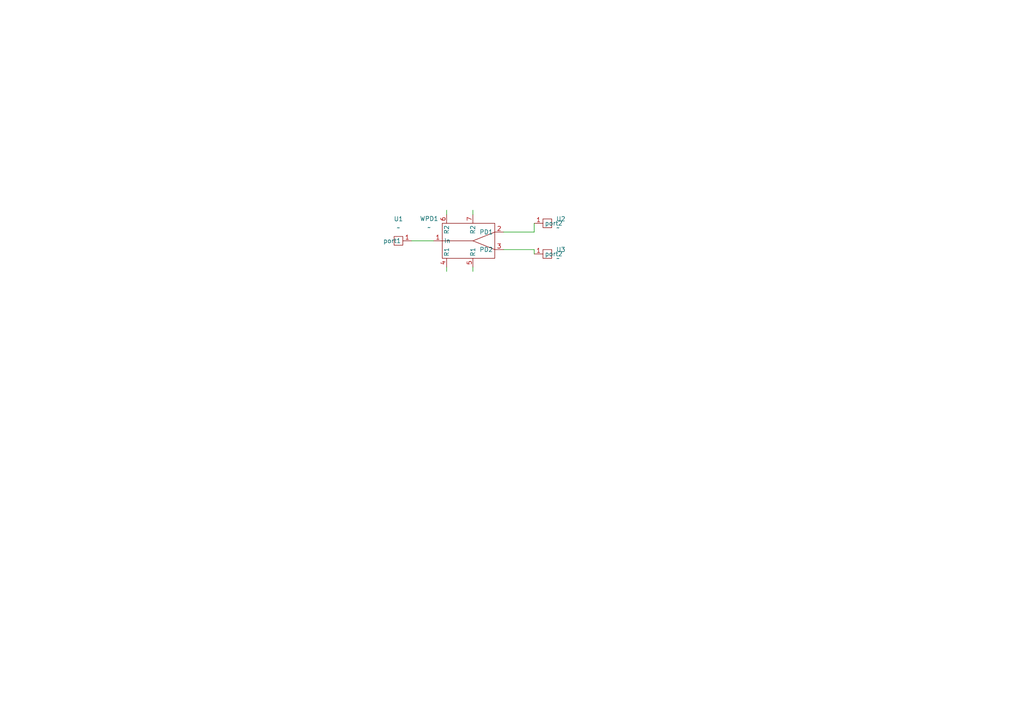
<source format=kicad_sch>
(kicad_sch (version 20250114) (generator "eeschema") (generator_version "9.0")
  (paper "A4")
  (lib_symbols
    (symbol "PDG:Port"
      (property "Reference" "U" (at 0 0 0))
      (symbol "Port_1_1"
        (rectangle (start -1.27 1.27) (end 1.27 -1.27))
        (pin input line (at -3.81 0 0) (length 2.54) (name "port1") (number "1"))
      )
    )
    (symbol "PDG:WPD_2Ring"
      (property "Reference" "WPD" (at 0 0 0))
      (symbol "WPD_2Ring_0_1"
        (rectangle (start -7.62 5.08) (end 7.62 -5.08))
        (polyline (pts (xy -7.62 0) (xy 1.27 0) (xy 7.62 2.54)))
        (polyline (pts (xy 1.27 0) (xy 7.62 -2.54)))
      )
      (symbol "WPD_2Ring_1_1"
        (pin input line (at -10.16 0 0) (length 2.54) (name "In") (number "1"))
        (pin passive line (at -6.35 7.62 270) (length 2.54) (name "R2") (number "6"))
        (pin passive line (at -6.35 -7.62 90) (length 2.54) (name "R1") (number "4"))
        (pin passive line (at 1.27 7.62 270) (length 2.54) (name "R2") (number "7"))
        (pin passive line (at 1.27 -7.62 90) (length 2.54) (name "R1") (number "5"))
        (pin output line (at 10.16 2.54 180) (length 2.54) (name "PD1") (number "2"))
        (pin output line (at 10.16 -2.54 180) (length 2.54) (name "PD2") (number "3"))
      )
    )
    (symbol "PDG:port2"
      (property "Reference" "U" (at 0 0 0))
      (symbol "port2_0_1"
        (rectangle (start -1.27 1.27) (end 1.27 -1.27))
      )
      (symbol "port2_1_1"
        (pin output line (at -3.81 0 0) (length 2.54) (name "port2") (number "1"))
      )
    )
  )
  (wire (pts (xy 129.54 77.47) (xy 129.54 78.74)))
  (wire (pts (xy 129.54 60.96) (xy 129.54 62.23)))
  (wire (pts (xy 154.94 67.31) (xy 154.94 64.77)))
  (wire (pts (xy 137.16 77.47) (xy 137.16 78.74)))
  (wire (pts (xy 137.16 60.96) (xy 137.16 62.23)))
  (wire (pts (xy 154.94 72.39) (xy 154.94 73.66)))
  (wire (pts (xy 119.38 69.85) (xy 125.73 69.85)))
  (wire (pts (xy 146.05 72.39) (xy 154.94 72.39)))
  (wire (pts (xy 146.05 67.31) (xy 154.94 67.31)))
  (symbol (lib_id "PDG:port2") (at 158.75 73.66 0) (unit 1)
    (property "Reference" "U3" (at 161.29 72.3899 0) (effects (justify left)))
    (property "Value" "~" (at 161.29 74.9299 0) (effects (justify left)))
    (property "Footprint" "PDG Footprints:WPD_Input_Output_Pad" (effects (hide yes)))
  )
  (symbol (lib_id "PDG:WPD_2Ring") (at 135.89 69.85 0) (unit 1)
    (property "Reference" "WPD1" (at 124.46 63.4298 0))
    (property "Value" "~" (at 124.46 65.9698 0))
    (property "Footprint" "PDG Footprints:WPD_2Ring_10500_RO4350B_test3" (effects (hide yes)))
    (property "Description" "Wilkinson Power Divider, 2 Ring" (effects (hide yes)))
  )
  (symbol (lib_id "PDG:Port") (at 115.57 69.85 180) (unit 1)
    (property "Reference" "U1" (at 115.57 63.5 0))
    (property "Value" "~" (at 115.57 66.04 0))
    (property "Footprint" "PDG Footprints:WPD_Input_Output_Pad" (effects (hide yes)))
  )
  (symbol (lib_id "PDG:port2") (at 158.75 64.77 0) (unit 1)
    (property "Reference" "U2" (at 161.29 63.4999 0) (effects (justify left)))
    (property "Value" "~" (at 161.29 66.0399 0) (effects (justify left)))
    (property "Footprint" "PDG Footprints:WPD_Input_Output_Pad" (effects (hide yes)))
  )
)
</source>
